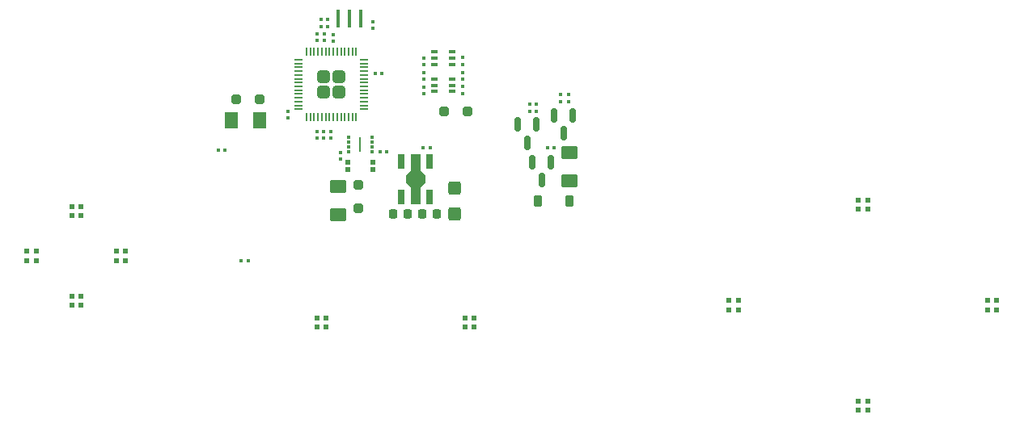
<source format=gbr>
%TF.GenerationSoftware,KiCad,Pcbnew,7.0.6*%
%TF.CreationDate,2023-09-25T23:03:40-07:00*%
%TF.ProjectId,UniSNES,556e6953-4e45-4532-9e6b-696361645f70,rev?*%
%TF.SameCoordinates,Original*%
%TF.FileFunction,Paste,Top*%
%TF.FilePolarity,Positive*%
%FSLAX46Y46*%
G04 Gerber Fmt 4.6, Leading zero omitted, Abs format (unit mm)*
G04 Created by KiCad (PCBNEW 7.0.6) date 2023-09-25 23:03:40*
%MOMM*%
%LPD*%
G01*
G04 APERTURE LIST*
G04 Aperture macros list*
%AMRoundRect*
0 Rectangle with rounded corners*
0 $1 Rounding radius*
0 $2 $3 $4 $5 $6 $7 $8 $9 X,Y pos of 4 corners*
0 Add a 4 corners polygon primitive as box body*
4,1,4,$2,$3,$4,$5,$6,$7,$8,$9,$2,$3,0*
0 Add four circle primitives for the rounded corners*
1,1,$1+$1,$2,$3*
1,1,$1+$1,$4,$5*
1,1,$1+$1,$6,$7*
1,1,$1+$1,$8,$9*
0 Add four rect primitives between the rounded corners*
20,1,$1+$1,$2,$3,$4,$5,0*
20,1,$1+$1,$4,$5,$6,$7,0*
20,1,$1+$1,$6,$7,$8,$9,0*
20,1,$1+$1,$8,$9,$2,$3,0*%
%AMFreePoly0*
4,1,13,0.900000,0.500000,2.600000,0.500000,2.600000,-0.500000,0.900000,-0.500000,0.400000,-1.000000,-0.400000,-1.000000,-0.900000,-0.500000,-2.600000,-0.500000,-2.600000,0.500000,-0.900000,0.500000,-0.400000,1.000000,0.400000,1.000000,0.900000,0.500000,0.900000,0.500000,$1*%
G04 Aperture macros list end*
%ADD10RoundRect,0.079500X0.079500X0.100500X-0.079500X0.100500X-0.079500X-0.100500X0.079500X-0.100500X0*%
%ADD11RoundRect,0.079500X0.100500X-0.079500X0.100500X0.079500X-0.100500X0.079500X-0.100500X-0.079500X0*%
%ADD12R,0.400000X0.300000*%
%ADD13R,0.200000X1.600000*%
%ADD14RoundRect,0.079500X-0.100500X0.079500X-0.100500X-0.079500X0.100500X-0.079500X0.100500X0.079500X0*%
%ADD15R,0.650000X0.400000*%
%ADD16R,0.550000X0.550000*%
%ADD17RoundRect,0.150000X-0.150000X0.587500X-0.150000X-0.587500X0.150000X-0.587500X0.150000X0.587500X0*%
%ADD18RoundRect,0.250000X0.250000X-0.250000X0.250000X0.250000X-0.250000X0.250000X-0.250000X-0.250000X0*%
%ADD19RoundRect,0.225000X0.225000X0.250000X-0.225000X0.250000X-0.225000X-0.250000X0.225000X-0.250000X0*%
%ADD20RoundRect,0.249999X0.395001X0.395001X-0.395001X0.395001X-0.395001X-0.395001X0.395001X-0.395001X0*%
%ADD21RoundRect,0.050000X0.387500X0.050000X-0.387500X0.050000X-0.387500X-0.050000X0.387500X-0.050000X0*%
%ADD22RoundRect,0.050000X0.050000X0.387500X-0.050000X0.387500X-0.050000X-0.387500X0.050000X-0.387500X0*%
%ADD23RoundRect,0.079500X-0.079500X-0.100500X0.079500X-0.100500X0.079500X0.100500X-0.079500X0.100500X0*%
%ADD24R,0.400000X1.900000*%
%ADD25RoundRect,0.225000X-0.225000X-0.375000X0.225000X-0.375000X0.225000X0.375000X-0.225000X0.375000X0*%
%ADD26RoundRect,0.250001X0.462499X0.624999X-0.462499X0.624999X-0.462499X-0.624999X0.462499X-0.624999X0*%
%ADD27RoundRect,0.250001X-0.624999X0.462499X-0.624999X-0.462499X0.624999X-0.462499X0.624999X0.462499X0*%
%ADD28RoundRect,0.250000X0.425000X-0.450000X0.425000X0.450000X-0.425000X0.450000X-0.425000X-0.450000X0*%
%ADD29RoundRect,0.250001X0.624999X-0.462499X0.624999X0.462499X-0.624999X0.462499X-0.624999X-0.462499X0*%
%ADD30RoundRect,0.250000X0.250000X0.250000X-0.250000X0.250000X-0.250000X-0.250000X0.250000X-0.250000X0*%
%ADD31R,0.700000X1.500000*%
%ADD32FreePoly0,270.000000*%
%ADD33R,0.550000X0.500000*%
%ADD34RoundRect,0.250000X-0.250000X-0.250000X0.250000X-0.250000X0.250000X0.250000X-0.250000X0.250000X0*%
G04 APERTURE END LIST*
D10*
%TO.C,R7*%
X75071800Y-36525200D03*
X74381800Y-36525200D03*
%TD*%
D11*
%TO.C,R19*%
X88781646Y-31683061D03*
X88781646Y-30993061D03*
%TD*%
D12*
%TO.C,U1*%
X68978206Y-36943705D03*
X68978206Y-36443705D03*
X68978206Y-35943705D03*
X68978206Y-35443705D03*
X66578206Y-35443705D03*
X66578206Y-35943705D03*
X66578206Y-36443705D03*
X66578206Y-36943705D03*
D13*
X67778206Y-36193705D03*
%TD*%
D10*
%TO.C,R2*%
X70527163Y-36943609D03*
X69837163Y-36943609D03*
%TD*%
D14*
%TO.C,R9*%
X74428567Y-28669008D03*
X74428567Y-29359008D03*
%TD*%
%TO.C,R8*%
X74429626Y-27120273D03*
X74429626Y-27810273D03*
%TD*%
D15*
%TO.C,Q2*%
X75519200Y-29332400D03*
X75519200Y-29982400D03*
X75519200Y-30632400D03*
X77419200Y-30632400D03*
X77419200Y-29982400D03*
X77419200Y-29332400D03*
%TD*%
D14*
%TO.C,C2*%
X64008000Y-24614800D03*
X64008000Y-25304800D03*
%TD*%
D16*
%TO.C,L1*%
X37574200Y-43684600D03*
X38524200Y-43684600D03*
X38524200Y-42734600D03*
X37574200Y-42734600D03*
%TD*%
D17*
%TO.C,Q5*%
X90002400Y-33126200D03*
X88102400Y-33126200D03*
X89052400Y-35001200D03*
%TD*%
D16*
%TO.C,L8*%
X119925326Y-42977701D03*
X120875326Y-42977701D03*
X120875326Y-42027701D03*
X119925326Y-42027701D03*
%TD*%
D14*
%TO.C,R20*%
X89560400Y-30990700D03*
X89560400Y-31680700D03*
%TD*%
%TO.C,R4*%
X63246000Y-24614800D03*
X63246000Y-25304800D03*
%TD*%
D16*
%TO.C,L10*%
X133463772Y-53527701D03*
X134413772Y-53527701D03*
X134413772Y-52577701D03*
X133463772Y-52577701D03*
%TD*%
D18*
%TO.C,D7*%
X67580952Y-42918176D03*
X67580952Y-40418176D03*
%TD*%
D19*
%TO.C,C10*%
X72745600Y-43484800D03*
X71195600Y-43484800D03*
%TD*%
D14*
%TO.C,R12*%
X78502877Y-28656404D03*
X78502877Y-29346404D03*
%TD*%
D16*
%TO.C,L7*%
X106386881Y-53527701D03*
X107336881Y-53527701D03*
X107336881Y-52577701D03*
X106386881Y-52577701D03*
%TD*%
%TO.C,L3*%
X37574200Y-53043342D03*
X38524200Y-53043342D03*
X38524200Y-52093342D03*
X37574200Y-52093342D03*
%TD*%
D11*
%TO.C,C6*%
X64719200Y-35515600D03*
X64719200Y-34825600D03*
%TD*%
D10*
%TO.C,C5*%
X64353000Y-23842200D03*
X63663000Y-23842200D03*
%TD*%
D14*
%TO.C,R13*%
X78501200Y-30145400D03*
X78501200Y-30835400D03*
%TD*%
%TO.C,R10*%
X74423349Y-30167148D03*
X74423349Y-30857148D03*
%TD*%
D20*
%TO.C,U2*%
X65560400Y-30704300D03*
X65560400Y-29104300D03*
X63960400Y-30704300D03*
X63960400Y-29104300D03*
D21*
X68197900Y-32504300D03*
X68197900Y-32104300D03*
X68197900Y-31704300D03*
X68197900Y-31304300D03*
X68197900Y-30904300D03*
X68197900Y-30504300D03*
X68197900Y-30104300D03*
X68197900Y-29704300D03*
X68197900Y-29304300D03*
X68197900Y-28904300D03*
X68197900Y-28504300D03*
X68197900Y-28104300D03*
X68197900Y-27704300D03*
X68197900Y-27304300D03*
D22*
X67360400Y-26466800D03*
X66960400Y-26466800D03*
X66560400Y-26466800D03*
X66160400Y-26466800D03*
X65760400Y-26466800D03*
X65360400Y-26466800D03*
X64960400Y-26466800D03*
X64560400Y-26466800D03*
X64160400Y-26466800D03*
X63760400Y-26466800D03*
X63360400Y-26466800D03*
X62960400Y-26466800D03*
X62560400Y-26466800D03*
X62160400Y-26466800D03*
D21*
X61322900Y-27304300D03*
X61322900Y-27704300D03*
X61322900Y-28104300D03*
X61322900Y-28504300D03*
X61322900Y-28904300D03*
X61322900Y-29304300D03*
X61322900Y-29704300D03*
X61322900Y-30104300D03*
X61322900Y-30504300D03*
X61322900Y-30904300D03*
X61322900Y-31304300D03*
X61322900Y-31704300D03*
X61322900Y-32104300D03*
X61322900Y-32504300D03*
D22*
X62160400Y-33341800D03*
X62560400Y-33341800D03*
X62960400Y-33341800D03*
X63360400Y-33341800D03*
X63760400Y-33341800D03*
X64160400Y-33341800D03*
X64560400Y-33341800D03*
X64960400Y-33341800D03*
X65360400Y-33341800D03*
X65760400Y-33341800D03*
X66160400Y-33341800D03*
X66560400Y-33341800D03*
X66960400Y-33341800D03*
X67360400Y-33341800D03*
%TD*%
D23*
%TO.C,C4*%
X69352600Y-28769800D03*
X70042600Y-28769800D03*
%TD*%
D11*
%TO.C,R6*%
X63258400Y-35515600D03*
X63258400Y-34825600D03*
%TD*%
D14*
%TO.C,C1*%
X65727006Y-37029105D03*
X65727006Y-37719105D03*
%TD*%
D24*
%TO.C,Y1*%
X67851200Y-23026200D03*
X66651200Y-23026200D03*
X65451200Y-23026200D03*
%TD*%
D16*
%TO.C,L2*%
X32894829Y-48363971D03*
X33844829Y-48363971D03*
X33844829Y-47413971D03*
X32894829Y-47413971D03*
%TD*%
D25*
%TO.C,D1*%
X86386400Y-42164000D03*
X89686400Y-42164000D03*
%TD*%
D26*
%TO.C,F1*%
X57254732Y-33629853D03*
X54279732Y-33629853D03*
%TD*%
D14*
%TO.C,R11*%
X78501200Y-27097400D03*
X78501200Y-27787400D03*
%TD*%
D11*
%TO.C,R5*%
X63969600Y-35515600D03*
X63969600Y-34825600D03*
%TD*%
D27*
%TO.C,F2*%
X65430400Y-40625700D03*
X65430400Y-43600700D03*
%TD*%
D28*
%TO.C,C8*%
X77673200Y-43463200D03*
X77673200Y-40763200D03*
%TD*%
D15*
%TO.C,Q1*%
X75519200Y-26487600D03*
X75519200Y-27137600D03*
X75519200Y-27787600D03*
X77419200Y-27787600D03*
X77419200Y-27137600D03*
X77419200Y-26487600D03*
%TD*%
D16*
%TO.C,L5*%
X63238433Y-55337420D03*
X64188433Y-55337420D03*
X64188433Y-54387420D03*
X63238433Y-54387420D03*
%TD*%
D29*
%TO.C,F3*%
X89662000Y-39993900D03*
X89662000Y-37018900D03*
%TD*%
D23*
%TO.C,R15*%
X55331800Y-48361600D03*
X56021800Y-48361600D03*
%TD*%
D30*
%TO.C,D5*%
X79024800Y-32715200D03*
X76524800Y-32715200D03*
%TD*%
D23*
%TO.C,R14*%
X52893400Y-36779200D03*
X53583400Y-36779200D03*
%TD*%
%TO.C,R17*%
X85552914Y-32697356D03*
X86242914Y-32697356D03*
%TD*%
D17*
%TO.C,Q3*%
X86187514Y-34124356D03*
X84287514Y-34124356D03*
X85237514Y-35999356D03*
%TD*%
%TO.C,Q4*%
X87716400Y-38076900D03*
X85816400Y-38076900D03*
X86766400Y-39951900D03*
%TD*%
D31*
%TO.C,U3*%
X75058400Y-37977200D03*
D32*
X73558400Y-39827200D03*
D31*
X72058400Y-37977200D03*
X72058400Y-41677200D03*
X75058400Y-41677200D03*
%TD*%
D16*
%TO.C,L9*%
X119925326Y-64077701D03*
X120875326Y-64077701D03*
X120875326Y-63127701D03*
X119925326Y-63127701D03*
%TD*%
%TO.C,L6*%
X78763433Y-55337420D03*
X79713433Y-55337420D03*
X79713433Y-54387420D03*
X78763433Y-54387420D03*
%TD*%
D14*
%TO.C,R3*%
X64973200Y-24665600D03*
X64973200Y-25355600D03*
%TD*%
D10*
%TO.C,R16*%
X86242914Y-31935356D03*
X85552914Y-31935356D03*
%TD*%
D16*
%TO.C,L4*%
X42253571Y-48363971D03*
X43203571Y-48363971D03*
X43203571Y-47413971D03*
X42253571Y-47413971D03*
%TD*%
D23*
%TO.C,C7*%
X63663000Y-23080200D03*
X64353000Y-23080200D03*
%TD*%
D14*
%TO.C,R1*%
X69138800Y-23294000D03*
X69138800Y-23984000D03*
%TD*%
D33*
%TO.C,SW1*%
X66434006Y-38040905D03*
X66434006Y-38840905D03*
X69084006Y-38040905D03*
X69084006Y-38840905D03*
%TD*%
D34*
%TO.C,D6*%
X54751600Y-31496000D03*
X57251600Y-31496000D03*
%TD*%
D10*
%TO.C,R18*%
X88076600Y-36576000D03*
X87386600Y-36576000D03*
%TD*%
D19*
%TO.C,C9*%
X75793600Y-43484800D03*
X74243600Y-43484800D03*
%TD*%
D14*
%TO.C,C3*%
X60198000Y-32742800D03*
X60198000Y-33432800D03*
%TD*%
M02*

</source>
